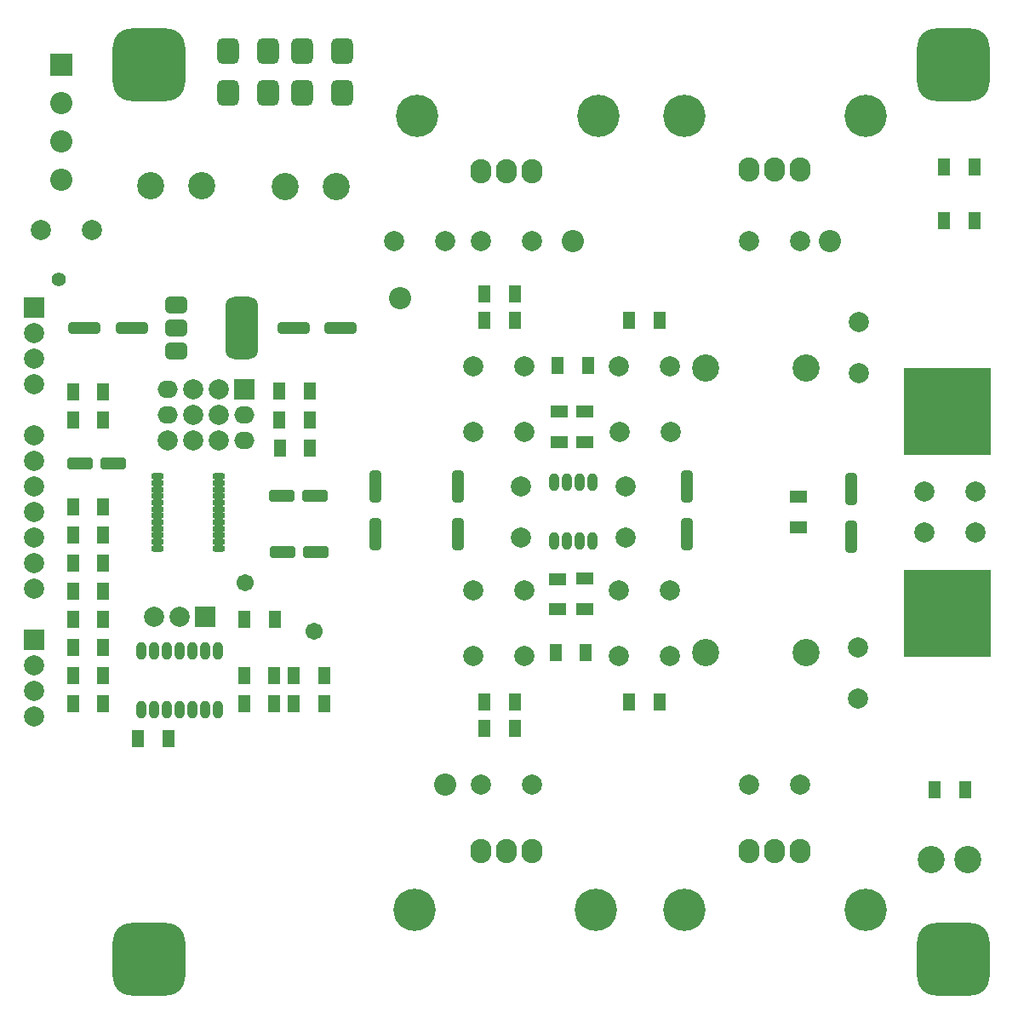
<source format=gts>
G04 Layer_Color=8388736*
%FSLAX44Y44*%
%MOMM*%
G71*
G01*
G75*
%ADD48R,8.6360X8.6360*%
%ADD49R,2.3876X5.5626*%
%ADD50R,1.2032X1.8032*%
G04:AMPARAMS|DCode=51|XSize=1.2032mm|YSize=3.2032mm|CornerRadius=0.3516mm|HoleSize=0mm|Usage=FLASHONLY|Rotation=0.000|XOffset=0mm|YOffset=0mm|HoleType=Round|Shape=RoundedRectangle|*
%AMROUNDEDRECTD51*
21,1,1.2032,2.5000,0,0,0.0*
21,1,0.5000,3.2032,0,0,0.0*
1,1,0.7032,0.2500,-1.2500*
1,1,0.7032,-0.2500,-1.2500*
1,1,0.7032,-0.2500,1.2500*
1,1,0.7032,0.2500,1.2500*
%
%ADD51ROUNDEDRECTD51*%
%ADD52R,1.8032X1.2032*%
G04:AMPARAMS|DCode=53|XSize=1.2032mm|YSize=2.6032mm|CornerRadius=0.3516mm|HoleSize=0mm|Usage=FLASHONLY|Rotation=90.000|XOffset=0mm|YOffset=0mm|HoleType=Round|Shape=RoundedRectangle|*
%AMROUNDEDRECTD53*
21,1,1.2032,1.9000,0,0,90.0*
21,1,0.5000,2.6032,0,0,90.0*
1,1,0.7032,0.9500,0.2500*
1,1,0.7032,0.9500,-0.2500*
1,1,0.7032,-0.9500,-0.2500*
1,1,0.7032,-0.9500,0.2500*
%
%ADD53ROUNDEDRECTD53*%
%ADD54O,1.0032X1.8032*%
G04:AMPARAMS|DCode=55|XSize=2.2032mm|YSize=2.6032mm|CornerRadius=0.6016mm|HoleSize=0mm|Usage=FLASHONLY|Rotation=180.000|XOffset=0mm|YOffset=0mm|HoleType=Round|Shape=RoundedRectangle|*
%AMROUNDEDRECTD55*
21,1,2.2032,1.4000,0,0,180.0*
21,1,1.0000,2.6032,0,0,180.0*
1,1,1.2032,-0.5000,0.7000*
1,1,1.2032,0.5000,0.7000*
1,1,1.2032,0.5000,-0.7000*
1,1,1.2032,-0.5000,-0.7000*
%
%ADD55ROUNDEDRECTD55*%
G04:AMPARAMS|DCode=56|XSize=1.7032mm|YSize=2.2032mm|CornerRadius=0.4766mm|HoleSize=0mm|Usage=FLASHONLY|Rotation=270.000|XOffset=0mm|YOffset=0mm|HoleType=Round|Shape=RoundedRectangle|*
%AMROUNDEDRECTD56*
21,1,1.7032,1.2500,0,0,270.0*
21,1,0.7500,2.2032,0,0,270.0*
1,1,0.9532,-0.6250,-0.3750*
1,1,0.9532,-0.6250,0.3750*
1,1,0.9532,0.6250,0.3750*
1,1,0.9532,0.6250,-0.3750*
%
%ADD56ROUNDEDRECTD56*%
G04:AMPARAMS|DCode=57|XSize=6.2032mm|YSize=3.2032mm|CornerRadius=0.8516mm|HoleSize=0mm|Usage=FLASHONLY|Rotation=270.000|XOffset=0mm|YOffset=0mm|HoleType=Round|Shape=RoundedRectangle|*
%AMROUNDEDRECTD57*
21,1,6.2032,1.5000,0,0,270.0*
21,1,4.5000,3.2032,0,0,270.0*
1,1,1.7032,-0.7500,-2.2500*
1,1,1.7032,-0.7500,2.2500*
1,1,1.7032,0.7500,2.2500*
1,1,1.7032,0.7500,-2.2500*
%
%ADD57ROUNDEDRECTD57*%
G04:AMPARAMS|DCode=58|XSize=1.2032mm|YSize=3.2032mm|CornerRadius=0.3516mm|HoleSize=0mm|Usage=FLASHONLY|Rotation=270.000|XOffset=0mm|YOffset=0mm|HoleType=Round|Shape=RoundedRectangle|*
%AMROUNDEDRECTD58*
21,1,1.2032,2.5000,0,0,270.0*
21,1,0.5000,3.2032,0,0,270.0*
1,1,0.7032,-1.2500,-0.2500*
1,1,0.7032,-1.2500,0.2500*
1,1,0.7032,1.2500,0.2500*
1,1,0.7032,1.2500,-0.2500*
%
%ADD58ROUNDEDRECTD58*%
G04:AMPARAMS|DCode=59|XSize=1.2032mm|YSize=0.6032mm|CornerRadius=0.2016mm|HoleSize=0mm|Usage=FLASHONLY|Rotation=0.000|XOffset=0mm|YOffset=0mm|HoleType=Round|Shape=RoundedRectangle|*
%AMROUNDEDRECTD59*
21,1,1.2032,0.2000,0,0,0.0*
21,1,0.8000,0.6032,0,0,0.0*
1,1,0.4032,0.4000,-0.1000*
1,1,0.4032,-0.4000,-0.1000*
1,1,0.4032,-0.4000,0.1000*
1,1,0.4032,0.4000,0.1000*
%
%ADD59ROUNDEDRECTD59*%
%ADD60C,2.0032*%
%ADD61C,2.7032*%
%ADD62R,2.0032X2.0032*%
%ADD63O,2.1032X2.4032*%
%ADD64C,4.2032*%
G04:AMPARAMS|DCode=65|XSize=7.2032mm|YSize=7.2032mm|CornerRadius=1.8516mm|HoleSize=0mm|Usage=FLASHONLY|Rotation=0.000|XOffset=0mm|YOffset=0mm|HoleType=Round|Shape=RoundedRectangle|*
%AMROUNDEDRECTD65*
21,1,7.2032,3.5000,0,0,0.0*
21,1,3.5000,7.2032,0,0,0.0*
1,1,3.7032,1.7500,-1.7500*
1,1,3.7032,-1.7500,-1.7500*
1,1,3.7032,-1.7500,1.7500*
1,1,3.7032,1.7500,1.7500*
%
%ADD65ROUNDEDRECTD65*%
%ADD66R,2.0032X2.0032*%
%ADD67O,2.0032X1.7032*%
%ADD68R,2.2032X2.2032*%
%ADD69C,2.2032*%
%ADD70C,2.4032*%
%ADD71C,1.7032*%
%ADD72C,1.4032*%
%ADD73C,1.2032*%
D48*
X438150Y100330D02*
D03*
Y-100330D02*
D03*
D49*
X466090Y99695D02*
D03*
Y-100965D02*
D03*
D50*
X-336536Y-225298D02*
D03*
X-366536D02*
D03*
X-401560Y-162560D02*
D03*
X-431560D02*
D03*
X151920Y-188720D02*
D03*
X121920D02*
D03*
Y190500D02*
D03*
X151920D02*
D03*
X80786Y145288D02*
D03*
X50786D02*
D03*
X-231380Y-162560D02*
D03*
X-261380D02*
D03*
Y-190500D02*
D03*
X-231380D02*
D03*
X-181850Y-162560D02*
D03*
X-211850D02*
D03*
X-230872Y-106680D02*
D03*
X-260872D02*
D03*
X-181850Y-190500D02*
D03*
X-211850D02*
D03*
X-401560Y-134620D02*
D03*
X-431560D02*
D03*
Y91440D02*
D03*
X-401560D02*
D03*
X-431560Y119380D02*
D03*
X-401560D02*
D03*
X-225820Y63500D02*
D03*
X-195820D02*
D03*
X-196060Y91440D02*
D03*
X-226060D02*
D03*
Y120650D02*
D03*
X-196060D02*
D03*
X-401560Y-22860D02*
D03*
X-431560D02*
D03*
X-401560Y-50800D02*
D03*
X-431560D02*
D03*
X-401560Y-78740D02*
D03*
X-431560D02*
D03*
X-401560Y5080D02*
D03*
X-431560D02*
D03*
Y-190246D02*
D03*
X-401560D02*
D03*
X465328Y342900D02*
D03*
X435328D02*
D03*
Y289560D02*
D03*
X465328D02*
D03*
X8142Y190500D02*
D03*
X-21858D02*
D03*
X8142Y216662D02*
D03*
X-21858D02*
D03*
X8142Y-188722D02*
D03*
X-21858D02*
D03*
X8140Y-214630D02*
D03*
X-21860D02*
D03*
X48500Y-139700D02*
D03*
X78500D02*
D03*
X-431560Y-106680D02*
D03*
X-401560D02*
D03*
X425690Y-275590D02*
D03*
X455690D02*
D03*
D51*
X342900Y-24130D02*
D03*
Y22860D02*
D03*
X-130810Y25400D02*
D03*
Y-21590D02*
D03*
X179070D02*
D03*
Y25400D02*
D03*
X-48260Y-21590D02*
D03*
Y25400D02*
D03*
D52*
X289814Y15000D02*
D03*
Y-15000D02*
D03*
X77470Y99850D02*
D03*
Y69850D02*
D03*
X52070Y99850D02*
D03*
Y69850D02*
D03*
X50800Y-66520D02*
D03*
Y-96520D02*
D03*
X77470Y-66280D02*
D03*
Y-96280D02*
D03*
D53*
X-222758Y-39624D02*
D03*
X-189738D02*
D03*
X-424180Y48260D02*
D03*
X-391160D02*
D03*
X-190500Y15748D02*
D03*
X-223520D02*
D03*
D54*
X85240Y30020D02*
D03*
X72540D02*
D03*
X59840D02*
D03*
X47140D02*
D03*
X85290Y-28480D02*
D03*
X72540D02*
D03*
X59840D02*
D03*
X47140D02*
D03*
X-287120Y-137640D02*
D03*
X-299820D02*
D03*
X-312520D02*
D03*
X-325220D02*
D03*
X-337920D02*
D03*
X-350620D02*
D03*
X-363370D02*
D03*
X-287120Y-196140D02*
D03*
X-299820D02*
D03*
X-312520D02*
D03*
X-325220D02*
D03*
X-337920D02*
D03*
X-350620D02*
D03*
X-363320D02*
D03*
D55*
X-237490Y458470D02*
D03*
X-276860D02*
D03*
X-163830D02*
D03*
X-203200D02*
D03*
X-237490Y416560D02*
D03*
X-276860D02*
D03*
X-163830D02*
D03*
X-203200D02*
D03*
D56*
X-328422Y160274D02*
D03*
Y206074D02*
D03*
Y183174D02*
D03*
D57*
X-263422D02*
D03*
D58*
X-165100Y182880D02*
D03*
X-212090D02*
D03*
X-419962Y182651D02*
D03*
X-372971D02*
D03*
D59*
X-286754Y35444D02*
D03*
Y15944D02*
D03*
Y-3556D02*
D03*
Y-10056D02*
D03*
Y2944D02*
D03*
Y9444D02*
D03*
Y-16556D02*
D03*
Y-36056D02*
D03*
X-347714D02*
D03*
Y-16556D02*
D03*
Y-23056D02*
D03*
Y-29556D02*
D03*
Y9444D02*
D03*
Y2944D02*
D03*
Y-10056D02*
D03*
Y-3556D02*
D03*
Y22444D02*
D03*
Y15944D02*
D03*
Y28944D02*
D03*
Y35444D02*
D03*
X-286754Y28944D02*
D03*
Y22444D02*
D03*
Y-23056D02*
D03*
Y-29556D02*
D03*
D60*
X349758Y-134874D02*
D03*
Y-185674D02*
D03*
X350266Y188468D02*
D03*
Y137668D02*
D03*
X111760Y-143000D02*
D03*
X162560D02*
D03*
X111760Y-77470D02*
D03*
X162560D02*
D03*
X-33270Y79250D02*
D03*
X17530D02*
D03*
X-33274Y144780D02*
D03*
X17526D02*
D03*
X13970Y-25400D02*
D03*
Y25400D02*
D03*
X118110D02*
D03*
Y-25400D02*
D03*
X-350520Y-104140D02*
D03*
X-325120D02*
D03*
X292100Y-270510D02*
D03*
X241300D02*
D03*
X25400D02*
D03*
X-25400D02*
D03*
X-469900Y127000D02*
D03*
Y152400D02*
D03*
Y177800D02*
D03*
Y76200D02*
D03*
Y50800D02*
D03*
Y25400D02*
D03*
Y0D02*
D03*
Y-25400D02*
D03*
Y-76200D02*
D03*
Y-50800D02*
D03*
Y-203200D02*
D03*
Y-177800D02*
D03*
Y-152400D02*
D03*
X-286766Y121666D02*
D03*
X-312166D02*
D03*
X-286766Y96266D02*
D03*
X-312166D02*
D03*
X-286766Y70866D02*
D03*
X-312166D02*
D03*
X-337566D02*
D03*
X-111760Y269240D02*
D03*
X-60960D02*
D03*
X-463550Y280416D02*
D03*
X-412750D02*
D03*
X292100Y269240D02*
D03*
X241300D02*
D03*
X-25400D02*
D03*
X25400D02*
D03*
X415544Y-20000D02*
D03*
X466344D02*
D03*
X415544Y20000D02*
D03*
X466344D02*
D03*
X162560Y144780D02*
D03*
X111760D02*
D03*
X162814Y79248D02*
D03*
X112014D02*
D03*
X17530Y-77470D02*
D03*
X-33270D02*
D03*
X17530Y-143002D02*
D03*
X-33270D02*
D03*
D61*
X422470Y-345440D02*
D03*
X458470D02*
D03*
X297650Y143510D02*
D03*
X197650D02*
D03*
X297650Y-139700D02*
D03*
X197650D02*
D03*
X-169418Y323850D02*
D03*
X-220218D02*
D03*
X-303022Y324104D02*
D03*
X-353822D02*
D03*
X466090Y100330D02*
D03*
X410210D02*
D03*
Y72390D02*
D03*
X466090D02*
D03*
Y127000D02*
D03*
X410210D02*
D03*
X466090Y-100330D02*
D03*
X410210D02*
D03*
Y-128270D02*
D03*
X466090D02*
D03*
Y-73660D02*
D03*
X410210D02*
D03*
D62*
X-299720Y-104140D02*
D03*
X-261366Y121666D02*
D03*
D63*
X25400Y-336550D02*
D03*
X0D02*
D03*
X-25400D02*
D03*
X292100D02*
D03*
X266700D02*
D03*
X241300D02*
D03*
Y340360D02*
D03*
X266700D02*
D03*
X292100D02*
D03*
X25400Y339090D02*
D03*
X0D02*
D03*
X-25400D02*
D03*
D64*
X176530Y-394970D02*
D03*
X356870D02*
D03*
X91440Y393700D02*
D03*
X-88900D02*
D03*
X356870D02*
D03*
X176530D02*
D03*
X88900Y-394970D02*
D03*
X-91440D02*
D03*
D65*
X-355600Y-444500D02*
D03*
X444500Y444500D02*
D03*
X-355600D02*
D03*
X444500Y-444500D02*
D03*
D66*
X-469900Y203200D02*
D03*
Y-127000D02*
D03*
D67*
X-337566Y121666D02*
D03*
X-261366Y96266D02*
D03*
X-337566D02*
D03*
X-261366Y70866D02*
D03*
D68*
X-442976Y444754D02*
D03*
D69*
Y406654D02*
D03*
Y368554D02*
D03*
Y330454D02*
D03*
X321310Y269240D02*
D03*
X66040D02*
D03*
X-60960Y-270510D02*
D03*
X-106172Y212344D02*
D03*
D70*
X438150Y100330D02*
D03*
Y-100330D02*
D03*
D71*
X-191262Y-118364D02*
D03*
X-259842Y-70612D02*
D03*
X-237236Y416052D02*
D03*
D72*
X-445262Y230886D02*
D03*
D73*
X-328422Y206074D02*
D03*
X-196060Y120650D02*
D03*
M02*

</source>
